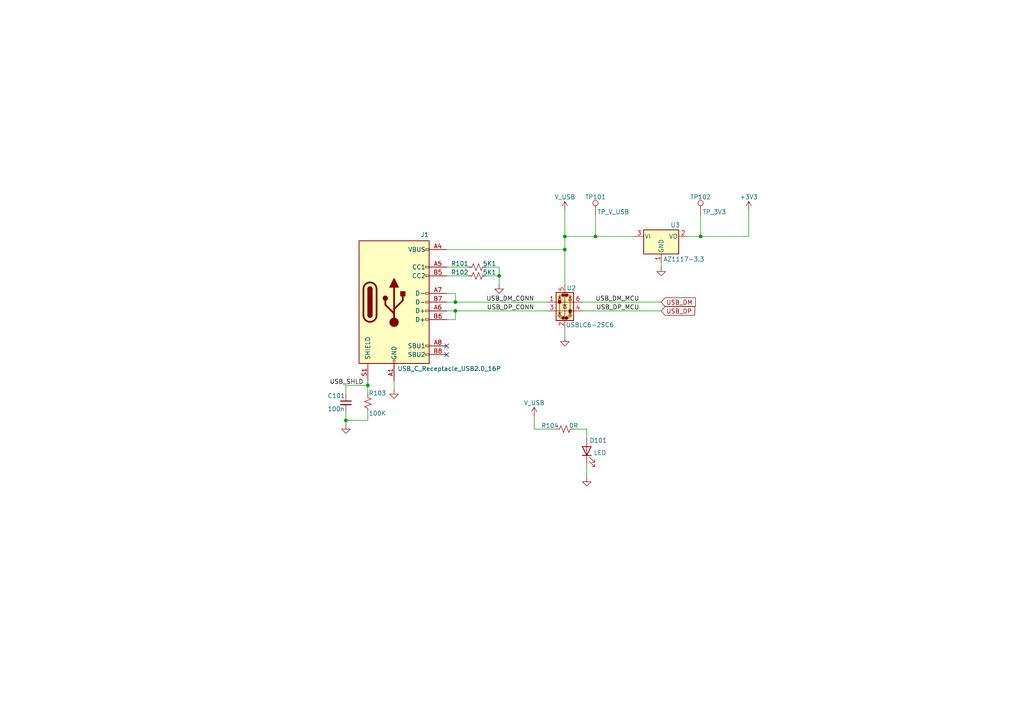
<source format=kicad_sch>
(kicad_sch (version 20231120) (generator "eeschema") (generator_version "8.0")
  (paper "A4")
  (lib_symbols
    (symbol "Connector:TestPoint" (pin_numbers hide) (pin_names (offset 0.762) hide)
      (property "Reference" "TP" (at 0 6.858 0))
      (property "Value" "TestPoint" (at 0 5.08 0))
      (symbol "TestPoint_0_1"
        (circle (center 0 3.302) (radius 0.762))
      )
      (symbol "TestPoint_1_1"
        (pin passive line (at 0 0 90) (length 2.54) (name "1") (number "1"))
      )
    )
    (symbol "Connector:USB_C_Receptacle_USB2.0_16P" (pin_names (offset 1.016))
      (property "Reference" "J" (at 0 22.225 0))
      (property "Value" "USB_C_Receptacle_USB2.0_16P" (at 0 19.685 0))
      (symbol "USB_C_Receptacle_USB2.0_16P_0_0"
        (rectangle (start -0.254 -17.78) (end 0.254 -16.764))
        (rectangle (start 10.16 -14.986) (end 9.144 -15.494))
        (rectangle (start 10.16 -12.446) (end 9.144 -12.954))
        (rectangle (start 10.16 -4.826) (end 9.144 -5.334))
        (rectangle (start 10.16 -2.286) (end 9.144 -2.794))
        (rectangle (start 10.16 0.254) (end 9.144 -0.254))
        (rectangle (start 10.16 2.794) (end 9.144 2.286))
        (rectangle (start 10.16 7.874) (end 9.144 7.366))
        (rectangle (start 10.16 10.414) (end 9.144 9.906))
        (rectangle (start 10.16 15.494) (end 9.144 14.986))
      )
      (symbol "USB_C_Receptacle_USB2.0_16P_0_1"
        (rectangle (start -10.16 17.78) (end 10.16 -17.78) (stroke (width 0.254)) (fill (type background)))
        (arc (start -8.89 -3.81) (mid -6.985 -5.7067) (end -5.08 -3.81) (stroke (width 0.508)))
        (arc (start -7.62 -3.81) (mid -6.985 -4.4423) (end -6.35 -3.81) (stroke (width 0.254)))
        (arc (start -7.62 -3.81) (mid -6.985 -4.4423) (end -6.35 -3.81) (stroke (width 0.254)) (fill (type outline)))
        (rectangle (start -7.62 -3.81) (end -6.35 3.81) (stroke (width 0.254)) (fill (type outline)))
        (arc (start -6.35 3.81) (mid -6.985 4.4423) (end -7.62 3.81) (stroke (width 0.254)))
        (arc (start -6.35 3.81) (mid -6.985 4.4423) (end -7.62 3.81) (stroke (width 0.254)) (fill (type outline)))
        (arc (start -5.08 3.81) (mid -6.985 5.7067) (end -8.89 3.81) (stroke (width 0.508)))
        (circle (center -2.54 1.143) (radius 0.635) (stroke (width 0.254)) (fill (type outline)))
        (circle (center 0 -5.842) (radius 1.27) (fill (type outline)))
        (polyline (pts (xy -8.89 -3.81) (xy -8.89 3.81)) (stroke (width 0.508)))
        (polyline (pts (xy -5.08 3.81) (xy -5.08 -3.81)) (stroke (width 0.508)))
        (polyline (pts (xy 0 -5.842) (xy 0 4.318)) (stroke (width 0.508)))
        (polyline (pts (xy 0 -3.302) (xy -2.54 -0.762) (xy -2.54 0.508)) (stroke (width 0.508)))
        (polyline (pts (xy 0 -2.032) (xy 2.54 0.508) (xy 2.54 1.778)) (stroke (width 0.508)))
        (polyline (pts (xy -1.27 4.318) (xy 0 6.858) (xy 1.27 4.318) (xy -1.27 4.318)) (stroke (width 0.254)) (fill (type outline)))
        (rectangle (start 1.905 1.778) (end 3.175 3.048) (stroke (width 0.254)) (fill (type outline)))
      )
      (symbol "USB_C_Receptacle_USB2.0_16P_1_1"
        (pin passive line (at 0 -22.86 90) (length 5.08) (name "GND") (number "A1"))
        (pin passive line (at 0 -22.86 90) (length 5.08) hide (name "GND") (number "A12"))
        (pin passive line (at 15.24 15.24 180) (length 5.08) (name "VBUS") (number "A4"))
        (pin bidirectional line (at 15.24 10.16 180) (length 5.08) (name "CC1") (number "A5"))
        (pin bidirectional line (at 15.24 -2.54 180) (length 5.08) (name "D+") (number "A6"))
        (pin bidirectional line (at 15.24 2.54 180) (length 5.08) (name "D-") (number "A7"))
        (pin bidirectional line (at 15.24 -12.7 180) (length 5.08) (name "SBU1") (number "A8"))
        (pin passive line (at 15.24 15.24 180) (length 5.08) hide (name "VBUS") (number "A9"))
        (pin passive line (at 0 -22.86 90) (length 5.08) hide (name "GND") (number "B1"))
        (pin passive line (at 0 -22.86 90) (length 5.08) hide (name "GND") (number "B12"))
        (pin passive line (at 15.24 15.24 180) (length 5.08) hide (name "VBUS") (number "B4"))
        (pin bidirectional line (at 15.24 7.62 180) (length 5.08) (name "CC2") (number "B5"))
        (pin bidirectional line (at 15.24 -5.08 180) (length 5.08) (name "D+") (number "B6"))
        (pin bidirectional line (at 15.24 0 180) (length 5.08) (name "D-") (number "B7"))
        (pin bidirectional line (at 15.24 -15.24 180) (length 5.08) (name "SBU2") (number "B8"))
        (pin passive line (at 15.24 15.24 180) (length 5.08) hide (name "VBUS") (number "B9"))
        (pin passive line (at -7.62 -22.86 90) (length 5.08) (name "SHIELD") (number "S1"))
      )
    )
    (symbol "Device:C_Small" (pin_numbers hide) (pin_names (offset 0.254) hide)
      (property "Reference" "C" (at 0.254 1.778 0))
      (property "Value" "C_Small" (at 0.254 -2.032 0))
      (symbol "C_Small_0_1"
        (polyline (pts (xy -1.524 -0.508) (xy 1.524 -0.508)) (stroke (width 0.3302)))
        (polyline (pts (xy -1.524 0.508) (xy 1.524 0.508)) (stroke (width 0.3048)))
      )
      (symbol "C_Small_1_1"
        (pin passive line (at 0 2.54 270) (length 2.032) (name "~") (number "1"))
        (pin passive line (at 0 -2.54 90) (length 2.032) (name "~") (number "2"))
      )
    )
    (symbol "Device:LED" (pin_numbers hide) (pin_names (offset 1.016) hide)
      (property "Reference" "D" (at 0 2.54 0))
      (property "Value" "LED" (at 0 -2.54 0))
      (symbol "LED_0_1"
        (polyline (pts (xy -1.27 -1.27) (xy -1.27 1.27)) (stroke (width 0.254)))
        (polyline (pts (xy -1.27 0) (xy 1.27 0)))
        (polyline (pts (xy 1.27 -1.27) (xy 1.27 1.27) (xy -1.27 0) (xy 1.27 -1.27)) (stroke (width 0.254)))
        (polyline (pts (xy -3.048 -0.762) (xy -4.572 -2.286) (xy -3.81 -2.286) (xy -4.572 -2.286) (xy -4.572 -1.524)))
        (polyline (pts (xy -1.778 -0.762) (xy -3.302 -2.286) (xy -2.54 -2.286) (xy -3.302 -2.286) (xy -3.302 -1.524)))
      )
      (symbol "LED_1_1"
        (pin passive line (at -3.81 0 0) (length 2.54) (name "K") (number "1"))
        (pin passive line (at 3.81 0 180) (length 2.54) (name "A") (number "2"))
      )
    )
    (symbol "Device:R_Small_US" (pin_numbers hide) (pin_names (offset 0.254) hide)
      (property "Reference" "R" (at 0.762 0.508 0))
      (property "Value" "R_Small_US" (at 0.762 -1.016 0))
      (symbol "R_Small_US_1_1"
        (polyline (pts (xy 0 0) (xy 1.016 -0.381) (xy 0 -0.762) (xy -1.016 -1.143) (xy 0 -1.524)))
        (polyline (pts (xy 0 1.524) (xy 1.016 1.143) (xy 0 0.762) (xy -1.016 0.381) (xy 0 0)))
        (pin passive line (at 0 2.54 270) (length 1.016) (name "~") (number "1"))
        (pin passive line (at 0 -2.54 90) (length 1.016) (name "~") (number "2"))
      )
    )
    (symbol "Power_Protection:USBLC6-2SC6" (pin_names hide)
      (property "Reference" "U" (at 0.635 5.715 0))
      (property "Value" "USBLC6-2SC6" (at 0.635 3.81 0))
      (symbol "USBLC6-2SC6_0_0"
        (circle (center -1.524 0) (radius 0.0001) (stroke (width 0.508)))
        (circle (center -0.508 -4.572) (radius 0.0001) (stroke (width 0.508)))
        (circle (center -0.508 2.032) (radius 0.0001) (stroke (width 0.508)))
        (circle (center 0.508 -4.572) (radius 0.0001) (stroke (width 0.508)))
        (circle (center 0.508 2.032) (radius 0.0001) (stroke (width 0.508)))
        (circle (center 1.524 -2.54) (radius 0.0001) (stroke (width 0.508)))
      )
      (symbol "USBLC6-2SC6_0_1"
        (polyline (pts (xy -2.54 -2.54) (xy 2.54 -2.54)))
        (polyline (pts (xy -2.54 0) (xy 2.54 0)))
        (polyline (pts (xy -2.032 -3.048) (xy -1.016 -3.048)))
        (polyline (pts (xy -1.016 1.524) (xy -2.032 1.524)))
        (polyline (pts (xy 1.016 -3.048) (xy 2.032 -3.048)))
        (polyline (pts (xy 1.016 1.524) (xy 2.032 1.524)))
        (polyline (pts (xy -0.508 -1.143) (xy -0.508 -0.762) (xy 0.508 -0.762)))
        (polyline (pts (xy -2.032 0.508) (xy -1.016 0.508) (xy -1.524 1.524) (xy -2.032 0.508)))
        (polyline (pts (xy -1.016 -4.064) (xy -2.032 -4.064) (xy -1.524 -3.048) (xy -1.016 -4.064)))
        (polyline (pts (xy 0.508 -1.778) (xy -0.508 -1.778) (xy 0 -0.762) (xy 0.508 -1.778)))
        (polyline (pts (xy 2.032 -4.064) (xy 1.016 -4.064) (xy 1.524 -3.048) (xy 2.032 -4.064)))
        (polyline (pts (xy 2.032 0.508) (xy 1.016 0.508) (xy 1.524 1.524) (xy 2.032 0.508)))
        (polyline (pts (xy 0 2.54) (xy -0.508 2.032) (xy 0.508 2.032) (xy 0 1.524) (xy 0 -4.064) (xy -0.508 -4.572) (xy 0.508 -4.572) (xy 0 -5.08)))
      )
      (symbol "USBLC6-2SC6_1_1"
        (rectangle (start -2.54 2.794) (end 2.54 -5.334) (stroke (width 0.254)) (fill (type background)))
        (polyline (pts (xy -0.508 2.032) (xy -1.524 2.032) (xy -1.524 -4.572) (xy -0.508 -4.572)))
        (polyline (pts (xy 0.508 -4.572) (xy 1.524 -4.572) (xy 1.524 2.032) (xy 0.508 2.032)))
        (pin passive line (at -5.08 0 0) (length 2.54) (name "I/O1") (number "1"))
        (pin passive line (at 0 -7.62 90) (length 2.54) (name "GND") (number "2"))
        (pin passive line (at -5.08 -2.54 0) (length 2.54) (name "I/O2") (number "3"))
        (pin passive line (at 5.08 -2.54 180) (length 2.54) (name "I/O2") (number "4"))
        (pin passive line (at 0 5.08 270) (length 2.54) (name "VBUS") (number "5"))
        (pin passive line (at 5.08 0 180) (length 2.54) (name "I/O1") (number "6"))
      )
    )
    (symbol "Regulator_Linear:AZ1117-3.3" (pin_names (offset 0.254))
      (property "Reference" "U" (at -3.81 3.175 0))
      (property "Value" "AZ1117-3.3" (at 0 3.175 0))
      (symbol "AZ1117-3.3_0_1"
        (rectangle (start -5.08 1.905) (end 5.08 -5.08) (stroke (width 0.254)) (fill (type background)))
      )
      (symbol "AZ1117-3.3_1_1"
        (pin power_in line (at 0 -7.62 90) (length 2.54) (name "GND") (number "1"))
        (pin power_out line (at 7.62 0 180) (length 2.54) (name "VO") (number "2"))
        (pin power_in line (at -7.62 0 0) (length 2.54) (name "VI") (number "3"))
      )
    )
    (symbol "power:+3V3" (power) (pin_numbers hide) (pin_names (offset 0) hide)
      (property "Value" "+3V3" (at 0 3.556 0))
      (symbol "+3V3_0_1"
        (polyline (pts (xy -0.762 1.27) (xy 0 2.54)))
        (polyline (pts (xy 0 0) (xy 0 2.54)))
        (polyline (pts (xy 0 2.54) (xy 0.762 1.27)))
      )
      (symbol "+3V3_1_1"
        (pin power_in line (at 0 0 90) (length 0) (name "~") (number "1"))
      )
    )
    (symbol "power:+5V" (power) (pin_numbers hide) (pin_names (offset 0) hide)
      (property "Value" "+5V" (at 0 3.556 0))
      (symbol "+5V_0_1"
        (polyline (pts (xy -0.762 1.27) (xy 0 2.54)))
        (polyline (pts (xy 0 0) (xy 0 2.54)))
        (polyline (pts (xy 0 2.54) (xy 0.762 1.27)))
      )
      (symbol "+5V_1_1"
        (pin power_in line (at 0 0 90) (length 0) (name "~") (number "1"))
      )
    )
    (symbol "power:GND" (power) (pin_numbers hide) (pin_names (offset 0) hide)
      (property "Value" "GND" (at 0 -3.81 0))
      (symbol "GND_0_1"
        (polyline (pts (xy 0 0) (xy 0 -1.27) (xy 1.27 -1.27) (xy 0 -2.54) (xy -1.27 -1.27) (xy 0 -1.27)))
      )
      (symbol "GND_1_1"
        (pin power_in line (at 0 0 270) (length 0) (name "~") (number "1"))
      )
    )
  )
  (junction (at 163.83 72.39))
  (junction (at 163.83 68.58))
  (junction (at 203.2 68.58))
  (junction (at 172.72 68.58))
  (junction (at 132.08 87.63))
  (junction (at 132.08 90.17))
  (junction (at 144.78 80.01))
  (junction (at 106.68 111.76))
  (junction (at 100.33 121.92))
  (no_connect (at 129.54 100.33))
  (no_connect (at 129.54 102.87))
  (wire (pts (xy 154.94 124.46) (xy 161.29 124.46)))
  (wire (pts (xy 163.83 95.25) (xy 163.83 97.79)))
  (wire (pts (xy 191.77 77.47) (xy 191.77 76.2)))
  (wire (pts (xy 140.97 77.47) (xy 144.78 77.47)))
  (wire (pts (xy 106.68 121.92) (xy 100.33 121.92)))
  (wire (pts (xy 163.83 60.96) (xy 163.83 68.58)))
  (wire (pts (xy 168.91 90.17) (xy 191.77 90.17)))
  (wire (pts (xy 144.78 80.01) (xy 140.97 80.01)))
  (wire (pts (xy 129.54 92.71) (xy 132.08 92.71)))
  (wire (pts (xy 163.83 72.39) (xy 163.83 82.55)))
  (wire (pts (xy 170.18 134.62) (xy 170.18 138.43)))
  (wire (pts (xy 132.08 90.17) (xy 158.75 90.17)))
  (wire (pts (xy 168.91 87.63) (xy 191.77 87.63)))
  (wire (pts (xy 129.54 80.01) (xy 135.89 80.01)))
  (wire (pts (xy 106.68 110.49) (xy 106.68 111.76)))
  (wire (pts (xy 199.39 68.58) (xy 203.2 68.58)))
  (wire (pts (xy 100.33 121.92) (xy 100.33 119.38)))
  (wire (pts (xy 132.08 87.63) (xy 158.75 87.63)))
  (wire (pts (xy 106.68 111.76) (xy 106.68 114.3)))
  (wire (pts (xy 129.54 72.39) (xy 163.83 72.39)))
  (wire (pts (xy 172.72 68.58) (xy 184.15 68.58)))
  (wire (pts (xy 154.94 120.65) (xy 154.94 124.46)))
  (wire (pts (xy 217.17 60.96) (xy 217.17 68.58)))
  (wire (pts (xy 163.83 68.58) (xy 163.83 72.39)))
  (wire (pts (xy 129.54 85.09) (xy 132.08 85.09)))
  (wire (pts (xy 163.83 68.58) (xy 172.72 68.58)))
  (wire (pts (xy 100.33 111.76) (xy 100.33 114.3)))
  (wire (pts (xy 166.37 124.46) (xy 170.18 124.46)))
  (wire (pts (xy 144.78 77.47) (xy 144.78 80.01)))
  (wire (pts (xy 144.78 80.01) (xy 144.78 82.55)))
  (wire (pts (xy 100.33 123.19) (xy 100.33 121.92)))
  (wire (pts (xy 203.2 68.58) (xy 217.17 68.58)))
  (wire (pts (xy 100.33 111.76) (xy 106.68 111.76)))
  (wire (pts (xy 170.18 124.46) (xy 170.18 127)))
  (wire (pts (xy 132.08 85.09) (xy 132.08 87.63)))
  (wire (pts (xy 114.3 113.03) (xy 114.3 110.49)))
  (wire (pts (xy 129.54 77.47) (xy 135.89 77.47)))
  (wire (pts (xy 106.68 119.38) (xy 106.68 121.92)))
  (wire (pts (xy 129.54 87.63) (xy 132.08 87.63)))
  (wire (pts (xy 129.54 90.17) (xy 132.08 90.17)))
  (wire (pts (xy 132.08 92.71) (xy 132.08 90.17)))
  (wire (pts (xy 172.72 62.23) (xy 172.72 68.58)))
  (wire (pts (xy 203.2 62.23) (xy 203.2 68.58)))
  (label "USB_DP_MCU" (at 185.42 90.17 180))
  (label "USB_DP_CONN" (at 154.94 90.17 180))
  (label "USB_SHLD" (at 105.41 111.76 180))
  (label "USB_DM_CONN" (at 154.94 87.63 180))
  (label "USB_DM_MCU" (at 185.42 87.63 180))
  (global_label "USB_DP" (shape input) (at 191.77 90.17 0) (property "Intersheetrefs" "${INTERSHEET_REFS}" (effects (hide yes))))
  (global_label "USB_DM" (shape input) (at 191.77 87.63 0) (property "Intersheetrefs" "${INTERSHEET_REFS}" (effects (hide yes))))
  (symbol (lib_id "Connector:TestPoint") (at 203.2 62.23 0) (unit 1)
    (property "Reference" "TP102" (at 200.152 57.15 0) (effects (justify left)))
    (property "Value" "TP_3V3" (at 203.708 61.468 0) (effects (justify left)))
    (property "Description" "test point" (effects (hide yes)))
  )
  (symbol (lib_id "Device:C_Small") (at 100.33 116.84 0) (unit 1)
    (property "Reference" "C101" (at 94.996 114.808 0) (effects (justify left)))
    (property "Value" "100n" (at 94.996 118.618 0) (effects (justify left)))
    (property "Description" "Unpolarized capacitor, small symbol" (effects (hide yes)))
  )
  (symbol (lib_id "Power_Protection:USBLC6-2SC6") (at 163.83 87.63 0) (unit 1)
    (property "Reference" "U2" (at 164.338 83.566 0) (effects (justify left)))
    (property "Value" "USBLC6-2SC6" (at 164.084 94.234 0) (effects (justify left)))
    (property "Footprint" "Package_TO_SOT_SMD:SOT-23-6" (effects (hide yes)))
    (property "Datasheet" "https://www.st.com/resource/en/datasheet/usblc6-2.pdf" (effects (hide yes)))
    (property "Description" "Very low capacitance ESD protection diode, 2 data-line, SOT-23-6" (effects (hide yes)))
    (property "LCSC" "C7519" (effects (hide yes)))
  )
  (symbol (lib_id "Connector:TestPoint") (at 172.72 62.23 0) (unit 1)
    (property "Reference" "TP101" (at 169.672 57.15 0) (effects (justify left)))
    (property "Value" "TP_V_USB" (at 173.228 61.468 0) (effects (justify left)))
    (property "Description" "test point" (effects (hide yes)))
  )
  (symbol (lib_id "power:GND") (at 170.18 138.43 0) (unit 1)
    (property "Reference" "#PWR029" (effects (hide yes)))
    (property "Value" "GND" (effects (hide yes)))
    (property "Description" "Power symbol creates a global label with name \"GND\" , ground" (effects (hide yes)))
  )
  (symbol (lib_id "power:+5V") (at 163.83 60.96 0) (unit 1)
    (property "Reference" "#PWR019" (effects (hide yes)))
    (property "Value" "V_USB" (at 163.83 57.15 0))
    (property "Description" "Power symbol creates a global label with name \"+5V\"" (effects (hide yes)))
  )
  (symbol (lib_id "Device:R_Small_US") (at 106.68 116.84 180) (unit 1)
    (property "Reference" "R103" (at 109.474 114.046 0))
    (property "Value" "100K" (at 109.474 119.888 0))
    (property "Description" "Resistor, small US symbol" (effects (hide yes)))
  )
  (symbol (lib_id "power:GND") (at 100.33 123.19 0) (unit 1)
    (property "Reference" "#PWR025" (effects (hide yes)))
    (property "Value" "GND" (effects (hide yes)))
    (property "Description" "Power symbol creates a global label with name \"GND\" , ground" (effects (hide yes)))
  )
  (symbol (lib_id "power:GND") (at 114.3 113.03 0) (unit 1)
    (property "Reference" "#PWR018" (effects (hide yes)))
    (property "Value" "GND" (effects (hide yes)))
    (property "Description" "Power symbol creates a global label with name \"GND\" , ground" (effects (hide yes)))
  )
  (symbol (lib_id "power:+5V") (at 154.94 120.65 0) (unit 1)
    (property "Reference" "#PWR028" (effects (hide yes)))
    (property "Value" "V_USB" (at 154.94 116.84 0))
    (property "Description" "Power symbol creates a global label with name \"+5V\"" (effects (hide yes)))
  )
  (symbol (lib_id "Regulator_Linear:AZ1117-3.3") (at 191.77 68.58 0) (unit 1)
    (property "Reference" "U3" (at 195.834 65.278 0))
    (property "Value" "AZ1117-3.3" (at 198.374 75.184 0))
    (property "Datasheet" "https://www.diodes.com/assets/Datasheets/AZ1117.pdf" (effects (hide yes)))
    (property "Description" "1A 20V Fixed LDO Linear Regulator, 3.3V, SOT-89/SOT-223/TO-220/TO-252/TO-263" (effects (hide yes)))
    (property "LCSC" "C110474" (effects (hide yes)))
  )
  (symbol (lib_id "power:GND") (at 191.77 77.47 0) (unit 1)
    (property "Reference" "#PWR027" (effects (hide yes)))
    (property "Value" "GND" (effects (hide yes)))
    (property "Description" "Power symbol creates a global label with name \"GND\" , ground" (effects (hide yes)))
  )
  (symbol (lib_id "Device:R_Small_US") (at 163.83 124.46 90) (unit 1)
    (property "Reference" "R104" (at 159.512 123.444 90))
    (property "Value" "0R" (at 166.37 123.444 90))
    (property "Description" "Resistor, small US symbol" (effects (hide yes)))
  )
  (symbol (lib_id "power:+3V3") (at 217.17 60.96 0) (unit 1)
    (property "Reference" "#PWR026" (effects (hide yes)))
    (property "Value" "+3V3" (at 217.17 57.15 0))
    (property "Description" "Power symbol creates a global label with name \"+3V3\"" (effects (hide yes)))
  )
  (symbol (lib_id "power:GND") (at 163.83 97.79 0) (unit 1)
    (property "Reference" "#PWR020" (effects (hide yes)))
    (property "Value" "GND" (effects (hide yes)))
    (property "Description" "Power symbol creates a global label with name \"GND\" , ground" (effects (hide yes)))
  )
  (symbol (lib_id "Device:R_Small_US") (at 138.43 80.01 90) (unit 1)
    (property "Reference" "R102" (at 133.35 78.994 90))
    (property "Value" "5K1" (at 141.986 78.994 90))
    (property "Description" "Resistor, small US symbol" (effects (hide yes)))
  )
  (symbol (lib_id "Connector:USB_C_Receptacle_USB2.0_16P") (at 114.3 87.63 0) (unit 1)
    (property "Reference" "J1" (at 123.19 68.072 0))
    (property "Value" "USB_C_Receptacle_USB2.0_16P" (at 130.302 106.934 0))
    (property "Datasheet" "https://www.usb.org/sites/default/files/documents/usb_type-c.zip" (effects (hide yes)))
    (property "Description" "USB 2.0-only 16P Type-C Receptacle connector" (effects (hide yes)))
  )
  (symbol (lib_id "power:GND") (at 144.78 82.55 0) (unit 1)
    (property "Reference" "#PWR021" (effects (hide yes)))
    (property "Value" "GND" (effects (hide yes)))
    (property "Description" "Power symbol creates a global label with name \"GND\" , ground" (effects (hide yes)))
  )
  (symbol (lib_id "Device:R_Small_US") (at 138.43 77.47 90) (unit 1)
    (property "Reference" "R101" (at 133.35 76.454 90))
    (property "Value" "5K1" (at 141.986 76.454 90))
    (property "Description" "Resistor, small US symbol" (effects (hide yes)))
  )
  (symbol (lib_id "Device:LED") (at 170.18 130.81 90) (unit 1)
    (property "Reference" "D101" (at 170.942 127.762 90) (effects (justify right)))
    (property "Value" "LED" (at 172.212 131.318 90) (effects (justify right)))
    (property "Datasheet" "https://www.lcsc.com/datasheet/lcsc_datasheet_2402181505_XINGLIGHT-XL-1608UGC-04_C965804.pdf" (effects (hide yes)))
    (property "Description" "Light emitting diode" (effects (hide yes)))
    (property "LCSC" "C965804" (effects (hide yes)))
  )
)
</source>
